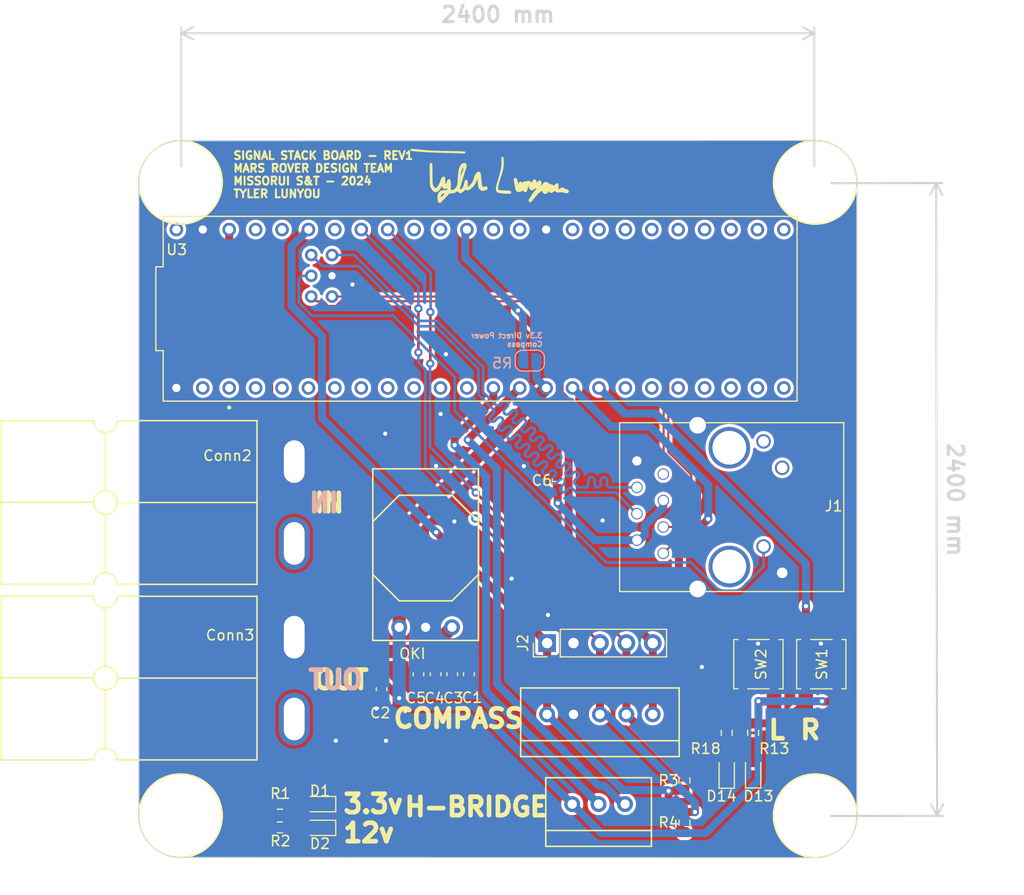
<source format=kicad_pcb>
(kicad_pcb (version 20221018) (generator pcbnew)
  (layers (0 "F.Cu" signal) (31 "B.Cu" signal) (34 "B.Paste" user) (35 "F.Paste" user) (36 "B.SilkS" user "B.Silkscreen") (37 "F.SilkS" user "F.Silkscreen") (38 "B.Mask" user) (39 "F.Mask" user) (44 "Edge.Cuts" user))
  (net 0 "")
  (net 1 "+12V")
  (net 2 "GND")
  (net 3 "+3.3V")
  (net 4 "Net-(C6-Pad1)")
  (net 5 "COMP PWR")
  (net 6 "I2C SCL")
  (net 7 "I2C SDA")
  (net 8 "MAG ENABLE")
  (net 9 "Net-(D1-A)")
  (net 10 "Net-(D2-A)")
  (net 11 "Net-(D13-A)")
  (net 12 "Net-(D14-A)")
  (net 14 "/LED")
  (net 16 "/Tx+")
  (net 17 "/Tx-")
  (net 19 "/Rx+")
  (net 20 "/Rx-")
  (net 21 "JOG A")
  (net 22 "JOG B")
  (net 34 "HB_RVS")
  (net 35 "HB_FWD")
  (footprint "MRDT_Drill_Holes:4_40_Hole_Corner" (layer "F.Cu") (at 120.6407 91.7589 90)
    (fp_text reference "V2" hide)
    (fp_text value "Via" hide)
  )
  (footprint "Capacitor_SMD:C_0603_1608Metric_Pad1.08x0.95mm_HandSolder" (layer "F.Cu") (at 144.36975 135.08 -90)
    (fp_text reference "C1")
    (fp_text value "10uF")
  )
  (footprint "MRDT_Shields:Teensy_4_1_Ethernet" (layer "F.Cu") (at 145.449 99.909)
    (fp_text reference "U3")
    (fp_text value "Teensy4.1_DEV-16771")
  )
  (footprint "MRDT_Drill_Holes:4_40_Hole_Corner" (layer "F.Cu") (at 120.6407 144.68288 180)
    (fp_text reference "V4" hide)
    (fp_text value "Via" hide)
  )
  (footprint "LED_SMD:LED_0603_1608Metric_Pad1.05x0.95mm_HandSolder" (layer "F.Cu") (at 171.704 144.3635 90)
    (fp_text reference "D13")
    (fp_text value "Blue")
  )
  (footprint "Resistor_SMD:R_0603_1608Metric_Pad0.98x0.95mm_HandSolder" (layer "F.Cu") (at 165.1 145.288 90)
    (fp_text reference "R3")
    (fp_text value "4.7k")
  )
  (footprint "MRDT_Silkscreens:z_sig_Tyler_Lunyou_Sig_30mmx7" (layer "F.Cu") (at 151.172 87.13)
    (fp_text reference "G***")
    (fp_text value "LOGO" hide)
  )
  (footprint "MRDT_Connectors:MOLEX_SL_03_Vertical" (layer "F.Cu") (at 159.385 147.574 180)
    (fp_text reference "Conn1" hide)
    (fp_text value "Molex_SL_03")
  )
  (footprint "MRDT_Connectors:Square_Anderson_2_H_Side_By_Side" (layer "F.Cu") (at 127.9468 114.066)
    (fp_text reference "Conn2")
    (fp_text value "AndersonPP")
  )
  (footprint "Button_Switch_SMD:SW_SPST_TL3305A" (layer "F.Cu") (at 172.212 134.112 -90)
    (fp_text reference "SW2")
    (fp_text value "SW_Push")
  )
  (footprint "Button_Switch_SMD:SW_SPST_TL3305A" (layer "F.Cu") (at 178.262 134.112 -90)
    (fp_text reference "SW1")
    (fp_text value "SW_Push")
  )
  (footprint "Resistor_SMD:R_0603_1608Metric_Pad0.98x0.95mm_HandSolder" (layer "F.Cu") (at 126.2005 149.82 180)
    (fp_text reference "R2")
    (fp_text value "1k")
  )
  (footprint "Resistor_SMD:R_0603_1608Metric_Pad0.98x0.95mm_HandSolder" (layer "F.Cu") (at 169.164 140.716 -90)
    (fp_text reference "R18")
    (fp_text value "100")
  )
  (footprint "MRDT_Connectors:Square_Anderson_2_H_Side_By_Side" (layer "F.Cu") (at 127.9468 130.964)
    (fp_text reference "Conn3")
    (fp_text value "AndersonPP")
  )
  (footprint "MRDT_Devices:OKI_Horizontal" (layer "F.Cu") (at 142.748 130.556 180)
    (fp_text reference "U1" hide)
    (fp_text value "OKI")
  )
  (footprint "LED_SMD:LED_0603_1608Metric_Pad1.05x0.95mm_HandSolder" (layer "F.Cu") (at 169.164 144.3875 90)
    (fp_text reference "D14")
    (fp_text value "Blue")
  )
  (footprint "Capacitor_SMD:C_0603_1608Metric_Pad1.08x0.95mm_HandSolder" (layer "F.Cu") (at 141.172 135.08 -90)
    (fp_text reference "C4")
    (fp_text value "10uF")
  )
  (footprint "Capacitor_SMD:C_0603_1608Metric_Pad1.08x0.95mm_HandSolder" (layer "F.Cu") (at 152.908 116.434 90)
    (fp_text reference "C6")
    (fp_text value "0.1uF")
  )
  (footprint "Resistor_SMD:R_0603_1608Metric_Pad0.98x0.95mm_HandSolder" (layer "F.Cu") (at 171.704 140.716 -90)
    (fp_text reference "R13")
    (fp_text value "100")
  )
  (footprint "Resistor_SMD:R_0603_1608Metric_Pad0.98x0.95mm_HandSolder" (layer "F.Cu") (at 165.1 149.352 90)
    (fp_text reference "R4")
    (fp_text value "4.7k")
  )
  (footprint "Connector_PinHeader_2.54mm:PinHeader_1x05_P2.54mm_Vertical" (layer "F.Cu") (at 151.892 132.08 90)
    (fp_text reference "J2")
    (fp_text value "Conn_01x05_Pin")
  )
  (footprint "MRDT_Connectors:MOLEX_SL_05_Vertical" (layer "F.Cu") (at 162.052 138.938 180)
    (fp_text reference "Conn6" hide)
    (fp_text value "Molex_SL_05")
  )
  (footprint "MRDT_Drill_Holes:4_40_Hole_Corner" (layer "F.Cu") (at 173.66688 91.7589)
    (fp_text reference "V1" hide)
    (fp_text value "Via" hide)
  )
  (footprint "Capacitor_SMD:C_0603_1608Metric_Pad1.08x0.95mm_HandSolder" (layer "F.Cu") (at 142.76975 135.08 -90)
    (fp_text reference "C3")
    (fp_text value "0.1uF")
  )
  (footprint "MRDT_Connectors:RJ45_Teensy" (layer "F.Cu") (at 182.418 118.874 90)
    (fp_text reference "J1")
    (fp_text value "8P8C_LED_Shielded")
  )
  (footprint "Diode_SMD:D_0603_1608Metric_Pad1.05x0.95mm_HandSolder" (layer "F.Cu") (at 129.907 149.86 180)
    (fp_text reference "D2")
    (fp_text value "GREEN")
  )
  (footprint "Resistor_SMD:R_0603_1608Metric_Pad0.98x0.95mm_HandSolder" (layer "F.Cu") (at 126.2005 147.5375)
    (fp_text reference "R1")
    (fp_text value "100")
  )
  (footprint "Diode_SMD:D_0603_1608Metric_Pad1.05x0.95mm_HandSolder" (layer "F.Cu") (at 129.907 147.5775 180)
    (fp_text reference "D1")
    (fp_text value "GREEN")
  )
  (footprint "Capacitor_SMD:C_0603_1608Metric_Pad1.08x0.95mm_HandSolder" (layer "F.Cu") (at 139.51975 135.08 -90)
    (fp_text reference "C5")
    (fp_text value "22uF")
  )
  (footprint "MRDT_Drill_Holes:4_40_Hole_Corner" (layer "F.Cu") (at 173.66688 144.68288 -90)
    (fp_text reference "V3" hide)
    (fp_text value "Via" hide)
  )
  (footprint "Capacitor_SMD:C_0603_1608Metric_Pad1.08x0.95mm_HandSolder" (layer "F.Cu") (at 135.972 136.5175 -90)
    (fp_text reference "C2")
    (fp_text value "10uF")
  )
  (footprint "Jumper:SolderJumper-2_P1.3mm_Open_RoundedPad1.0x1.5mm" (layer "B.Cu") (at 150.226 104.902 180)
    (fp_text reference "R5")
    (fp_text value "0")
  )
  (gr_arc (start 112.6256 87.75078) (mid 113.801039 84.913019) (end 116.6388 83.73758) (stroke (width 0.1)) (layer "Edge.Cuts"))
  (gr_arc (start 177.675 83.71218) (mid 180.512761 84.887619) (end 181.6882 87.72538) (stroke (width 0.1)) (layer "Edge.Cuts"))
  (gr_line (start 181.6882 87.72538) (end 181.6882 148.7164) (stroke (width 0.1)) (layer "Edge.Cuts"))
  (gr_line (start 116.6388 83.73758) (end 177.675 83.71218) (stroke (width 0.1)) (layer "Edge.Cuts"))
  (gr_arc (start 181.6882 148.7164) (mid 180.512761 151.554161) (end 177.675 152.7296) (stroke (width 0.1)) (layer "Edge.Cuts"))
  (gr_line (start 112.6256 148.691) (end 112.6256 87.75078) (stroke (width 0.1)) (layer "Edge.Cuts"))
  (gr_line (start 177.675 152.7296) (end 116.6388 152.7042) (stroke (width 0.1)) (layer "Edge.Cuts"))
  (gr_arc (start 116.6388 152.7042) (mid 113.801039 151.528761) (end 112.6256 148.691) (stroke (width 0.1)) (layer "Edge.Cuts"))
  (gr_text "IN" (at 132.08 119.634) (layer "B.SilkS") (effects (font (size 1.778 1.778) (thickness 0.4445) bold) (justify left bottom mirror)))
  (gr_text "3.3v Direct Power \nCompass" (at 151.522 103.61) (layer "B.SilkS") (effects (font (size 0.508 0.508) (thickness 0.127) bold) (justify left bottom mirror)))
  (gr_text "OUT" (at 134.366 136.652) (layer "B.SilkS") (effects (font (size 1.778 1.778) (thickness 0.4445) bold) (justify left bottom mirror)))
  (gr_text "H-BRIDGE" (at 137.972 148.88) (layer "F.SilkS") (effects (font (size 1.778 1.778) (thickness 0.4445) bold) (justify left bottom)))
  (gr_text "COMPASS" (at 136.906 140.38) (layer "F.SilkS") (effects (font (size 1.778 1.778) (thickness 0.4445) bold) (justify left bottom)))
  (gr_text "12v" (at 132.08 151.384) (layer "F.SilkS") (effects (font (size 1.778 1.778) (thickness 0.4445) bold) (justify left bottom)))
  (gr_text "3.3v" (at 132.08 148.59) (layer "F.SilkS") (effects (font (size 1.778 1.778) (thickness 0.4445) bold) (justify left bottom)))
  (gr_text "R" (at 176.022 141.478) (layer "F.SilkS") (effects (font (size 1.778 1.778) (thickness 0.4445) bold) (justify left bottom)))
  (gr_text "SIGNAL STACK BOARD - REV1\nMARS ROVER DESIGN TEAM\nMISSORUI S&T - 2024\nTYLER LUNYOU" (at 121.622 89.29) (layer "F.SilkS") (effects (font (size 0.762 0.762) (thickness 0.1905) bold) (justify left bottom)))
  (gr_text "OUT" (at 129.286 136.652) (layer "F.SilkS") (effects (font (size 1.778 1.778) (thickness 0.4445) bold) (justify left bottom)))
  (gr_text "IN" (at 129.286 119.634) (layer "F.SilkS") (effects (font (size 1.778 1.778) (thickness 0.4445) bold) (justify left bottom)))
  (gr_text "L" (at 172.974 141.478) (layer "F.SilkS") (effects (font (size 1.778 1.778) (thickness 0.4445) bold) (justify left bottom)))
  (dimension (type aligned) (layer "Edge.Cuts") (pts (xy 177.675 148.7164) (xy 177.59258 87.8332)) (height 11.718669) (gr_text "2400 mils" (at 191.152446 118.256499 -89.92243648) (layer "Edge.Cuts") (effects (font (size 1.5 1.5) (thickness 0.3)))) (format (prefix "") (suffix "") (units 3) (units_format 1) (precision 4) (override_value "2400")) (style (thickness 0.2) (arrow_length 1.27) (text_position_mode 0) (extension_height 0.58642) (extension_offset 0.5) keep_text_aligned))
  (dimension (type aligned) (layer "Edge.Cuts") (pts (xy 116.715 87.8332) (xy 177.59258 87.8332)) (height -14.4272) (gr_text "2400 mils" (at 147.15379 71.606) (layer "Edge.Cuts") (effects (font (size 1.5 1.5) (thickness 0.3)))) (format (prefix "") (suffix "") (units 3) (units_format 1) (precision 4) (override_value "2400")) (style (thickness 0.2) (arrow_length 1.27) (text_position_mode 0) (extension_height 0.58642) (extension_offset 0.5) keep_text_aligned))
  (segment (start 139.472 132.88) (end 140.424 132.88) (width 1.27) (layer "F.Cu") (net 1))
  (segment (start 140.424 132.88) (end 142.748 130.556) (width 1.27) (layer "F.Cu") (net 1))
  (segment (start 141.172 134.2175) (end 141.172 133.08) (width 1.27) (layer "F.Cu") (net 1))
  (segment (start 122.428 147.828) (end 122.428 144.272) (width 1.27) (layer "F.Cu") (net 1))
  (segment (start 142.472 132.88) (end 140.972 132.88) (width 1.27) (layer "F.Cu") (net 1))
  (segment (start 127.5722 139.388) (end 129.464 139.388) (width 1.27) (layer "F.Cu") (net 1))
  (segment (start 135.972 132.88) (end 139.472 132.88) (width 1.27) (layer "F.Cu") (net 1))
  (segment (start 142.76975 134.2175) (end 142.76975 133.17775) (width 1.27) (layer "F.Cu") (net 1))
  (segment (start 143.972 132.88) (end 142.472 132.88) (width 1.27) (layer "F.Cu") (net 1))
  (segment (start 142.76975 133.17775) (end 142.472 132.88) (width 1.27) (layer "F.Cu") (net 1))
  (segment (start 141.172 133.08) (end 140.972 132.88) (width 1.27) (layer "F.Cu") (net 1))
  (segment (start 129.464 139.388) (end 133.916 134.936) (width 1.27) (layer "F.Cu") (net 1))
  (segment (start 127.312 139.388) (end 127.5722 139.388) (width 1.27) (layer "F.Cu") (net 1))
  (segment (start 125.288 149.82) (end 124.42 149.82) (width 1.27) (layer "F.Cu") (net 1))
  (segment (start 139.51975 134.2175) (end 139.51975 132.92775) (width 1.27) (layer "F.Cu") (net 1))
  (segment (start 133.916 134.936) (end 135.972 132.88) (width 1.27) (layer "F.Cu") (net 1))
  (segment (start 139.51975 132.92775) (end 139.472 132.88) (width 1.27) (layer "F.Cu") (net 1))
  (segment (start 144.36975 133.27775) (end 143.972 132.88) (width 1.27) (layer "F.Cu") (net 1))
  (segment (start 122.428 144.272) (end 127.312 139.388) (width 1.27) (layer "F.Cu") (net 1))
  (segment (start 140.972 132.88) (end 140.424 132.88) (width 1.27) (layer "F.Cu") (net 1))
  (segment (start 144.36975 134.2175) (end 144.36975 133.27775) (width 1.27) (layer "F.Cu") (net 1))
  (segment (start 124.42 149.82) (end 122.428 147.828) (width 1.27) (layer "F.Cu") (net 1))
  (via (at 131.572 141.478) (size 0.8) (drill 0.4) (layers "F.Cu" "B.Cu") (net 2))
  (via (at 151.972 129.38) (size 0.8) (drill 0.4) (layers "F.Cu" "B.Cu") (net 2))
  (via (at 172.172 132.13) (size 0.8) (drill 0.4) (layers "F.Cu" "B.Cu") (net 2))
  (via (at 142.972 120.38) (size 0.8) (drill 0.4) (layers "F.Cu" "B.Cu") (net 2))
  (via (at 149.652 115.05) (size 0.8) (drill 0.4) (layers "F.Cu" "B.Cu") (net 2))
  (via (at 142.162 104.29) (size 0.8) (drill 0.4) (layers "F.Cu" "B.Cu") (net 2))
  (via (at 166.772 134.38) (size 0.8) (drill 0.4) (layers "F.Cu" "B.Cu") (net 2))
  (via (at 136.322 111.93) (size 0.8) (drill 0.4) (layers "F.Cu" "B.Cu") (net 2))
  (via (at 141.212 115.04) (size 0.8) (drill 0.4) (layers "F.Cu" "B.Cu") (net 2))
  (via (at 135.472 138.38) (size 0.8) (drill 0.4) (layers "F.Cu" "B.Cu") (net 2))
  (via (at 141.652 110.04) (size 0.8) (drill 0.4) (layers "F.Cu" "B.Cu") (net 2))
  (via (at 136.398 141.478) (size 0.8) (drill 0.4) (layers "F.Cu" "B.Cu") (net 2))
  (via (at 133.172 97.58) (size 0.8) (drill 0.4) (layers "F.Cu" "B.Cu") (net 2))
  (via (at 148.472 125.88) (size 0.8) (drill 0.4) (layers "F.Cu" "B.Cu") (net 2))
  (via (at 157.232 120.28) (size 0.8) (drill 0.4) (layers "F.Cu" "B.Cu") (net 2))
  (via (at 178.222 132.13) (size 0.8) (drill 0.4) (layers "F.Cu" "B.Cu") (net 2))
  (segment (start 173.712 130.512) (end 173.712 137.712) (width 0.762) (layer "F.Cu") (net 3))
  (segment (start 125.288 147.358256) (end 125.288 147.5375) (width 1.27) (layer "F.Cu") (net 3))
  (segment (start 137.668 137.38) (end 137.668 138.176) (width 1.27) (layer "F.Cu") (net 3))
  (segment (start 178.354 137.712) (end 178.322 137.68) (width 0.762) (layer "F.Cu") (net 3))
  (segment (start 137.668 137.351) (end 135.972 135.655) (width 0.762) (layer "F.Cu") (net 3))
  (segment (start 179.762 137.712) (end 179.762 130.512) (width 0.762) (layer "F.Cu") (net 3))
  (segment (start 137.668 138.176) (end 131.064 144.78) (width 1.27) (layer "F.Cu") (net 3))
  (segment (start 131.064 144.788) (end 129.972 145.88) (width 1.27) (layer "F.Cu") (net 3))
  (segment (start 179.762 137.712) (end 178.354 137.712) (width 0.762) (layer "F.Cu") (net 3))
  (segment (start 173.712 137.712) (end 172.256 137.712) (width 0.762) (layer "F.Cu") (net 3))
  (segment (start 172.256 137.712) (end 172.212 137.668) (width 0.762) (layer "F.Cu") (net 3))
  (segment (start 137.668 121.66) (end 151.799 107.529) (width 1.27) (layer "F.Cu") (net 3))
  (segment (start 121.319 92.289) (end 121.319 103.031) (width 0.762) (layer "F.Cu") (net 3))
  (segment (start 129.972 145.88) (end 126.766256 145.88) (width 1.27) (layer "F.Cu") (net 3))
  (segment (start 125.164 108.146) (end 137.668 120.65) (width 0.762) (layer "F.Cu") (net 3))
  (segment (start 137.668 130.556) (end 137.668 121.66) (width 1.27) (layer "F.Cu") (net 3))
  (segment (start 125.164 106.876) (end 125.164 108.146) (width 0.762) (layer "F.Cu") (net 3))
  (segment (start 137.668 120.65) (end 137.668 121.66) (width 0.762) (layer "F.Cu") (net 3))
  (segment (start 121.319 103.031) (end 125.164 106.876) (width 0.762) (layer "F.Cu") (net 3))
  (segment (start 131.064 144.78) (end 131.064 144.788) (width 1.27) (layer "F.Cu") (net 3))
  (segment (start 137.668 137.38) (end 137.668 137.351) (width 0.762) (layer "F.Cu") (net 3))
  (segment (start 126.766256 145.88) (end 125.288 147.358256) (width 1.27) (layer "F.Cu") (net 3))
  (via (at 172.212 137.668) (size 0.8) (drill 0.4) (layers "F.Cu" "B.Cu") (net 3))
  (via (at 137.668 137.38) (size 0.8) (drill 0.4) (layers "F.Cu" "B.Cu") (net 3))
  (via (at 178.322 137.68) (size 0.8) (drill 0.4) (layers "F.Cu" "B.Cu") (net 3))
  (segment (start 137.668 137.38) (end 137.668 130.556) (width 1.27) (layer "B.Cu") (net 3))
  (segment (start 150.876 104.902) (end 150.876 106.606) (width 0.762) (layer "B.Cu") (net 3))
  (segment (start 146.331 139.6) (end 146.332 139.6) (width 0.762) (layer "B.Cu") (net 3))
  (segment (start 150.876 106.606) (end 151.799 107.529) (width 0.762) (layer "B.Cu") (net 3))
  (segment (start 137.668 137.38) (end 138.448 138.16) (width 0.762) (layer "B.Cu") (net 3))
  (segment (start 146.332 139.6) (end 146.332 139.601) (width 0.762) (layer "B.Cu") (net 3))
  (segment (start 138.448 138.16) (end 144.891 138.16) (width 0.762) (layer "B.Cu") (net 3))
  (segment (start 172.212 145.288) (end 167.132 150.368) (width 0.762) (layer "B.Cu") (net 3))
  (segment (start 178.31 137.668) (end 178.322 137.68) (width 0.762) (layer "B.Cu") (net 3))
  (segment (start 167.132 150.368) (end 157.099 150.368) (width 0.762) (layer "B.Cu") (net 3))
  (segment (start 157.099 150.368) (end 154.305 147.574) (width 0.762) (layer "B.Cu") (net 3))
  (segment (start 144.891 138.16) (end 146.331 139.6) (width 0.762) (layer "B.Cu") (net 3))
  (segment (start 146.332 139.601) (end 154.305 147.574) (width 0.762) (layer "B.Cu") (net 3))
  (segment (start 172.212 137.668) (end 172.212 145.288) (width 0.762) (layer "B.Cu") (net 3))
  (segment (start 172.212 137.668) (end 178.31 137.668) (width 0.762) (layer "B.Cu") (net 3))
  (segment (start 152.908 118.618) (end 152.908 117.2965) (width 0.762) (layer "F.Cu") (net 4))
  (via (at 152.908 118.618) (size 0.8) (drill 0.4) (layers "F.Cu" "B.Cu") (net 4))
  (segment (start 163.068 119.006908) (end 161.29 120.784908) (width 0.762) (layer "B.Cu") (net 4))
  (segment (start 161.29 121.681817) (end 160.797817 122.174) (width 0.762) (layer "B.Cu") (net 4))
  (segment (start 160.797817 122.174) (end 160.528 122.174) (width 0.762) (layer "B.Cu") (net 4))
  (segment (start 156.464 122.174) (end 152.908 118.618) (width 0.762) (layer "B.Cu") (net 4))
  (segment (start 163.068 118.364) (end 163.068 119.006908) (width 0.762) (layer "B.Cu") (net 4))
  (segment (start 161.29 120.784908) (end 161.29 121.681817) (width 0.762) (layer "B.Cu") (net 4))
  (segment (start 160.528 122.174) (end 156.464 122.174) (width 0.762) (layer "B.Cu") (net 4))
  (segment (start 163.576 148.7405) (end 163.576 146.304) (width 0.762) (layer "F.Cu") (net 5))
  (segment (start 165.1 150.2645) (end 163.576 148.7405) (width 0.762) (layer "F.Cu") (net 5))
  (segment (start 151.892 132.08) (end 151.892 138.938) (width 0.762) (layer "F.Cu") (net 5))
  (segment (start 164.9965 146.304) (end 165.1 146.2005) (width 0.762) (layer "F.Cu") (net 5))
  (segment (start 151.892 132.08) (end 141.224 121.412) (width 0.762) (layer "F.Cu") (net 5))
  (segment (start 163.576 146.304) (end 164.9965 146.304) (width 0.762) (layer "F.Cu") (net 5))
  (via (at 141.224 121.412) (size 0.8) (drill 0.4) (layers "F.Cu" "B.Cu") (net 5))
  (via (at 163.576 146.304) (size 0.8) (drill 0.4) (layers "F.Cu" "B.Cu") (net 5))
  (segment (start 151.892 138.938) (end 159.185 146.231) (width 0.762) (layer "B.Cu") (net 5))
  (segment (start 130.244 102.543263) (end 127.308 99.607263) (width 0.762) (layer "B.Cu") (net 5))
  (segment (start 127.308 99.607263) (end 127.308 93.92) (width 0.762) (layer "B.Cu") (net 5))
  (segment (start 127.308 93.92) (end 128.939 92.289) (width 0.762) (layer "B.Cu") (net 5))
  (segment (start 163.503 146.231) (end 163.576 146.304) (width 0.762) (layer "B.Cu") (net 5))
  (segment (start 159.185 146.231) (end 163.503 146.231) (width 0.762) (layer "B.Cu") (net 5))
  (segment (start 141.224 121.412) (end 130.244 110.432) (width 0.762) (layer "B.Cu") (net 5))
  (segment (start 130.244 110.432) (end 130.244 102.543263) (width 0.762) (layer "B.Cu") (net 5))
  (segment (start 166.116 148.336) (end 165.2035 148.336) (width 0.762) (layer "F.Cu") (net 6))
  (segment (start 144.992 120.1) (end 156.972 132.08) (width 0.254) (layer "F.Cu") (net 6))
  (segment (start 139.513272 104.11) (end 139.513272 99.8885) (width 0.254) (layer "F.Cu") (net 6))
  (segment (start 156.972 138.938) (end 156.972 132.08) (width 0.762) (layer "F.Cu") (net 6))
  (segment (start 165.2035 148.336) (end 165.1 148.4395) (width 0.762) (layer "F.Cu") (net 6))
  (via (at 166.116 148.336) (size 0.8) (drill 0.4) (layers "F.Cu" "B.Cu") (net 6))
  (via (at 139.513272 99.8885) (size 0.8) (drill 0.4) (layers "F.Cu" "B.Cu") (net 6))
  (via (at 139.513272 104.11) (size 0.8) (drill 0.4) (layers "F.Cu" "B.Cu") (net 6))
  (via (at 144.992 120.1) (size 0.8) (drill 0.4) (layers "F.Cu" "B.Cu") (net 6))
  (segment (start 139.513272 97.783272) (end 139.513272 99.8885) (width 0.254) (layer "B.Cu") (net 6))
  (segment (start 139.513272 104.11) (end 139.513272 105.079406) (width 0.254) (layer "B.Cu") (net 6))
  (segment (start 134.019 92.289) (end 139.513272 97.783272) (width 0.254) (layer "B.Cu") (net 6))
  (segment (start 140.178 105.744134) (end 140.178 115.296) (width 0.254) (layer "B.Cu") (net 6))
  (segment (start 140.178 115.296) (end 144.982 120.1) (width 0.254) (layer "B.Cu") (net 6))
  (segment (start 144.982 120.1) (end 144.992 120.1) (width 0.254) (layer "B.Cu") (net 6))
  (segment (start 139.513272 105.079406) (end 140.178 105.744134) (width 0.254) (layer "B.Cu") (net 6))
  (segment (start 156.972 138.938) (end 157.597344 138.938) (width 0.762) (layer "B.Cu") (net 6))
  (segment (start 157.597344 138.938) (end 166.116 147.456656) (width 0.762) (layer "B.Cu") (net 6))
  (segment (start 166.116 147.456656) (end 166.116 148.336) (width 0.762) (layer "B.Cu") (net 6))
  (segment (start 164.9495 144.3755) (end 159.512 138.938) (width 0.762) (layer "F.Cu") (net 7))
  (segment (start 165.1 144.3755) (end 164.9495 144.3755) (width 0.762) (layer "F.Cu") (net 7))
  (segment (start 140.662 105.17) (end 140.647 105.185) (width 0.254) (layer "F.Cu") (net 7))
  (segment (start 140.662 100.23) (end 140.662 105.17) (width 0.254) (layer "F.Cu") (net 7))
  (segment (start 159.512 132.08) (end 145.034 117.602) (width 0.254) (layer "F.Cu") (net 7))
  (segment (start 159.512 132.08) (end 159.512 138.938) (width 0.762) (layer "F.Cu") (net 7))
  (via (at 140.647 105.185) (size 0.8) (drill 0.4) (layers "F.Cu" "B.Cu") (net 7))
  (via (at 140.662 100.23) (size 0.8) (drill 0.4) (layers "F.Cu" "B.Cu") (net 7))
  (via (at 145.034 117.602) (size 0.8) (drill 0.4) (layers "F.Cu" "B.Cu") (net 7))
  (segment (start 140.692 96.422) (end 136.559 92.289) (width 0.254) (layer "B.Cu") (net 7))
  (segment (start 140.647 105.185) (end 140.632 105.2) (width 0.254) (layer "B.Cu") (net 7))
  (segment (start 140.632 113.2) (end 145.034 117.602) (width 0.254) (layer "B.Cu") (net 7))
  (segment (start 140.692 100.2) (end 140.692 96.422) (width 0.254) (layer "B.Cu") (net 7))
  (segment (start 140.662 100.23) (end 140.692 100.2) (width 0.254) (layer "B.Cu") (net 7))
  (segment (start 140.632 105.2) (end 140.632 113.2) (width 0.254) (layer "B.Cu") (net 7))
  (segment (start 162.052 132.08) (end 153.964 123.992) (width 0.762) (layer "F.Cu") (net 8))
  (segment (start 153.964 108.900554) (end 153.104 108.040554) (width 0.762) (layer "F.Cu") (net 8))
  (segment (start 162.052 138.938) (end 162.052 132.08) (width 0.762) (layer "F.Cu") (net 8))
  (segment (start 153.104 104.082) (end 149.098 100.076) (width 0.762) (layer "F.Cu") (net 8))
  (segment (start 153.104 108.040554) (end 153.104 104.082) (width 0.762) (layer "F.Cu") (net 8))
  (segment (start 153.964 123.992) (end 153.964 108.900554) (width 0.762) (layer "F.Cu") (net 8))
  (via (at 149.098 100.076) (size 0.8) (drill 0.4) (layers "F.Cu" "B.Cu") (net 8))
  (segment (start 149.098 100.076) (end 144.018 94.996) (width 0.762) (layer "B.Cu") (net 8))
  (segment (start 149.576 104.902) (end 149.576 100.554) (width 0.762) (layer "B.Cu") (net 8))
  (segment (start 144.018 92.45) (end 144.179 92.289) (width 0.762) (layer "B.Cu") (net 8))
  (segment (start 149.576 100.554) (end 149.098 100.076) (width 0.762) (layer "B.Cu") (net 8))
  (segment (start 144.018 94.996) (end 144.018 92.45) (width 0.762) (layer "B.Cu") (net 8))
  (segment (start 127.153 147.5775) (end 127.150325 147.574825) (width 1.27) (layer "F.Cu") (net 9))
  (segment (start 129.032 147.5775) (end 127.153 147.5775) (width 1.27) (layer "F.Cu") (net 9))
  (segment (start 129.032 149.86) (end 127.153 149.86) (width 1.27) (layer "F.Cu") (net 10))
  (segment (start 127.153 149.86) (end 127.113 149.82) (width 1.27) (layer "F.Cu") (net 10))
  (segment (start 171.704 141.6285) (end 171.704 143.4885) (width 0.762) (layer "F.Cu") (net 11))
  (segment (start 169.164 141.6285) (end 169.164 143.5125) (width 0.762) (layer "F.Cu") (net 12))
  (segment (start 143.002 109.740134) (end 143.002 106.49) (width 0.254) (layer "B.Cu") (net 14))
  (segment (start 170.381875 127.041) (end 168.454125 127.041) (width 0.254) (layer "B.Cu") (net 14))
  (segment (start 137.096 100.584) (end 129.286 100.584) (width 0.254) (layer "B.Cu") (net 14))
  (segment (start 143.002 106.49) (end 137.096 100.584) (width 0.254) (layer "B.Cu") (net 14))
  (segment (start 168.454125 127.041) (end 165.734125 124.321) (width 0.254) (layer "B.Cu") (net 14))
  (segment (start 128.016 99.314) (end 128.016 97.028) (width 0.254) (layer "B.Cu") (net 14))
  (segment (start 128.305 96.739) (end 129.209 96.739) (width 0.254) (layer "B.Cu") (net 14))
  (segment (start 128.016 97.028) (end 128.305 96.739) (width 0.254) (layer "B.Cu") (net 14))
  (segment (start 172.708 124.714875) (end 170.381875 127.041) (width 0.254) (layer "B.Cu") (net 14))
  (segment (start 157.582866 124.321) (end 143.002 109.740134) (width 0.254) (layer "B.Cu") (net 14))
  (segment (start 129.286 100.584) (end 128.016 99.314) (width 0.254) (layer "B.Cu") (net 14))
  (segment (start 172.708 122.784) (end 172.708 124.714875) (width 0.254) (layer "B.Cu") (net 14))
  (segment (start 165.734125 124.321) (end 157.582866 124.321) (width 0.254) (layer "B.Cu") (net 14))
  (segment (start 163.545 105.5728) (end 163.547 105.5708) (width 0.2) (layer "F.Cu") (net 16))
  (segment (start 163.068 123.444) (end 165.754 120.758) (width 0.2) (layer "F.Cu") (net 16))
  (segment (start 163.547 113.6988) (end 163.547 107.92616) (width 0.2) (layer "F.Cu") (net 16))
  (segment (start 163.545 107.92416) (end 163.545 105.5728) (width 0.2) (layer "F.Cu") (net 16))
  (segment (start 166.116816 117.648) (end 166.054 117.648) (width 0.2) (layer "F.Cu") (net 16))
  (segment (start 165.754 117.348) (end 165.754 115.9058) (width 0.2) (layer "F.Cu") (net 16))
  (segment (start 165.754 120.758) (end 165.754 118.548) (width 0.2) (layer "F.Cu") (net 16))
  (segment (start 165.754 115.9058) (end 163.547 113.6988) (width 0.2) (layer "F.Cu") (net 16))
  (segment (start 156.7152 98.739) (end 131.209 98.739) (width 0.2) (layer "F.Cu") (net 16))
  (segment (start 166.054 118.248) (end 166.116816 118.248) (width 0.2) (layer "F.Cu") (net 16))
  (segment (start 163.547 107.92616) (end 163.545 107.92416) (width 0.2) (layer "F.Cu") (net 16))
  (segment (start 163.547 105.5708) (end 156.7152 98.739) (width 0.2) (layer "F.Cu") (net 16))
  (arc (start 165.754 118.548) (mid 165.841868 118.335868) (end 166.054 118.248) (width 0.2) (layer "F.Cu") (net 16))
  (arc (start 166.054 117.648) (mid 165.841868 117.560132) (end 165.754 117.348) (width 0.2) (layer "F.Cu") (net 16))
  (arc (start 166.116816 118.248) (mid 166.328948 118.160132) (end 166.416816 117.948) (width 0.2) (layer "F.Cu") (net 16))
  (arc (start 166.416816 117.948) (mid 166.328948 117.735868) (end 166.116816 117.648) (width 0.2) (layer "F.Cu") (net 16))
  (segment (start 164.858884 117.868884) (end 164.858884 117.764) (width 0.2) (layer "F.Cu") (net 17))
  (segment (start 164.971603 120.904) (end 165.354 120.521603) (width 0.2) (layer "F.Cu") (net 17))
  (segment (start 165.354 117.268884) (end 165.354 117.164) (width 0.2) (layer "F.Cu") (net 17))
  (segment (start 163.097 113.8852) (end 163.097 105.7572) (width 0.2) (layer "F.Cu") (net 17))
  (segment (start 165.354 116.1422) (end 163.097 113.8852) (width 0.2) (layer "F.Cu") (net 17))
  (segment (start 130.38055 99.189) (end 129.659 99.189) (width 0.2) (layer "F.Cu") (net 17))
  (segment (start 165.354 120.521603) (end 165.354 118.364) (width 0.2) (layer "F.Cu") (net 17))
  (segment (start 132.03745 99.189) (end 131.58345 99.643) (width 0.2) (layer "F.Cu") (net 17))
  (segment (start 163.097 105.7572) (end 156.5288 99.189) (width 0.2) (layer "F.Cu") (net 17))
  (segment (start 131.58345 99.643) (end 130.83455 99.643) (width 0.2) (layer "F.Cu") (net 17))
  (segment (start 130.83455 99.643) (end 130.38055 99.189) (width 0.2) (layer "F.Cu") (net 17))
  (segment (start 129.659 99.189) (end 129.209 98.739) (width 0.2) (layer "F.Cu") (net 17))
  (segment (start 163.068 120.904) (end 164.971603 120.904) (width 0.2) (layer "F.Cu") (net 17))
  (segment (start 156.5288 99.189) (end 132.03745 99.189) (width 0.2) (layer "F.Cu") (net 17))
  (segment (start 165.354 117.164) (end 165.354 116.1422) (width 0.2) (layer "F.Cu") (net 17))
  (arc (start 165.106442 117.516442) (mid 165.281492 117.443934) (end 165.354 117.268884) (width 0.2) (layer "F.Cu") (net 17))
  (arc (start 165.354 118.364) (mid 165.281492 118.18895) (end 165.106442 118.116442) (width 0.2) (layer "F.Cu") (net 17))
  (arc (start 165.106442 118.116442) (mid 164.931392 118.043934) (end 164.858884 117.868884) (width 0.2) (layer "F.Cu") (net 17))
  (arc (start 164.858884 117.764) (mid 164.931392 117.58895) (end 165.106442 117.516442) (width 0.2) (layer "F.Cu") (net 17))
  (segment (start 147.299701 111.547882) (end 147.299701 111.547883) (width 0.254) (layer "B.Cu") (net 19))
  (segment (start 151.803167 114.681167) (end 151.803168 114.681168) (width 0.254) (layer "B.Cu") (net 19))
  (segment (start 150.954639 114.256905) (end 150.95464 114.256904) (width 0.254) (layer "B.Cu") (net 19))
  (segment (start 151.966644 115.790483) (end 152.227431 115.529695) (width 0.254) (layer "B.Cu") (net 19))
  (segment (start 145.284 105.694052) (end 145.284 108.162) (width 0.254) (layer "B.Cu") (net 19))
  (segment (start 149.257583 112.559849) (end 149.257584 112.559848) (width 0.254) (layer "B.Cu") (net 19))
  (segment (start 150.954639 113.832639) (end 150.95464 113.83264) (width 0.254) (layer "B.Cu") (net 19))
  (segment (start 148.572522 112.396382) (end 148.833319 112.135584) (width 0.254) (layer "B.Cu") (net 19))
  (segment (start 151.118089 114.941982) (end 151.378903 114.681167) (width 0.254) (layer "B.Cu") (net 19))
  (segment (start 146.712 110.014264) (end 146.451245 110.275018) (width 0.254) (layer "B.Cu") (net 19))
  (segment (start 154.348751 117.226751) (end 154.348752 117.226752) (width 0.254) (layer "B.Cu") (net 19))
  (segment (start 147.723965 111.547883) (end 147.984791 111.287056) (width 0.254) (layer "B.Cu") (net 19))
  (segment (start 150.106111 113.408377) (end 150.106112 113.408376) (width 0.254) (layer "B.Cu") (net 19))
  (segment (start 153.500223 116.802489) (end 153.500224 116.802488) (width 0.254) (layer "B.Cu") (net 19))
  (segment (start 149.257584 112.559848) (end 148.996796 112.820635) (width 0.254) (layer "B.Cu") (net 19))
  (segment (start 149.421061 113.244898) (end 149.42106 113.244899) (width 0.254) (layer "B.Cu") (net 19))
  (segment (start 148.409055 111.711321) (end 148.409056 111.71132) (width 0.254) (layer "B.Cu") (net 19))
  (segment (start 151.803167 115.105433) (end 151.803168 115.105432) (width 0.254) (layer "B.Cu") (net 19))
  (segment (start 152.651696 115.95396) (end 152.390892 116.214763) (width 0.254) (layer "B.Cu") (net 19))
  (segment (start 153.663659 117.48758) (end 153.663658 117.487581) (width 0.254) (layer "B.Cu") (net 19))
  (segment (start 158.484 117.59) (end 160.528 119.634) (width 0.254) (layer "B.Cu") (net 19))
  (segment (start 147.723966 111.547882) (end 147.723965 111.547883) (width 0.254) (layer "B.Cu") (net 19))
  (segment (start 153.663658 117.487581) (end 153.924487 117.226751) (width 0.254) (layer "B.Cu") (net 19))
  (segment (start 153.500223 116.378223) (end 153.500224 116.378224) (width 0.254) (layer "B.Cu") (net 19))
  (segment (start 147.560527 110.862793) (end 147.560528 110.862792) (width 0.254) (layer "B.Cu") (net 19))
  (segment (start 150.95464 114.256904) (end 150.693825 114.517718) (width 0.254) (layer "B.Cu") (net 19))
  (segment (start 151.11809 114.941981) (end 151.118089 114.941982) (width 0.254) (layer "B.Cu") (net 19))
  (segment (start 148.409055 111.287056) (end 148.409056 111.287056) (width 0.254) (layer "B.Cu") (net 19))
  (segment (start 152.815156 116.639027) (end 153.075959 116.378223) (width 0.254) (layer "B.Cu") (net 19))
  (segment (start 139.550612 101.596026) (end 141.185974 101.596026) (width 0.254) (layer "B.Cu") (net 19))
  (segment (start 130.278 95.808) (end 133.762586 95.808) (width 0.254) (layer "B.Cu") (net 19))
  (segment (start 129.209 94.739) (end 130.278 95.808) (width 0.254) (layer "B.Cu") (net 19))
  (segment (start 150.269535 114.09348) (end 150.269534 114.093481) (width 0.254) (layer "B.Cu") (net 19))
  (segment (start 152.651695 115.529695) (end 152.651696 115.529696) (width 0.254) (layer "B.Cu") (net 19))
  (segment (start 150.269534 114.093481) (end 150.530375 113.832639) (width 0.254) (layer "B.Cu") (net 19))
  (segment (start 151.803168 115.105432) (end 151.54238 115.366219) (width 0.254) (layer "B.Cu") (net 19))
  (segment (start 152.651695 115.953961) (end 152.651696 115.95396) (width 0.254) (layer "B.Cu") (net 19))
  (segment (start 150.106111 112.984111) (end 150.106112 112.984112) (width 0.254) (layer "B.Cu") (net 19))
  (segment (start 147.560527 110.438527) (end 147.560528 110.438528) (width 0.254) (layer "B.Cu") (net 19))
  (segment (start 153.500224 116.802488) (end 153.239394 117.063317) (width 0.254) (layer "B.Cu") (net 19))
  (segment (start 152.815157 116.639026) (end 152.815156 116.639027) (width 0.254) (layer "B.Cu") (net 19))
  (segment (start 145.284 108.162) (end 146.712 109.59) (width 0.254) (layer "B.Cu") (net 19))
  (segment (start 149.42106 113.244899) (end 149.681847 112.984111) (width 0.254) (layer "B.Cu") (net 19))
  (segment (start 154.712 117.59) (end 158.484 117.59) (width 0.254) (layer "B.Cu") (net 19))
  (segment (start 148.409056 111.71132) (end 148.148258 111.972117) (width 0.254) (layer "B.Cu") (net 19))
  (segment (start 133.762586 95.808) (end 139.550612 101.596026) (width 0.254) (layer "B.Cu") (net 19))
  (segment (start 154.348752 117.226752) (end 154.712 117.59) (width 0.254) (layer "B.Cu") (net 19))
  (segment (start 146.87551 110.699281) (end 146.875509 110.699282) (width 0.254) (layer "B.Cu") (net 19))
  (segment (start 141.185974 101.596026) (end 145.284 105.694052) (width 0.254) (layer "B.Cu") (net 19))
  (segment (start 148.572523 112.396381) (end 148.572522 112.396382) (width 0.254) (layer "B.Cu") (net 19))
  (segment (start 150.106112 113.408376) (end 149.84527 113.669217) (width 0.254) (layer "B.Cu") (net 19))
  (segment (start 146.875509 110.699282) (end 147.136263 110.438527) (width 0.254) (layer "B.Cu") (net 19))
  (segment (start 148.148258 112.396381) (end 148.148258 112.396382) (width 0.254) (layer "B.Cu") (net 19))
  (segment (start 147.560528 110.862792) (end 147.299701 111.123618) (width 0.254) (layer "B.Cu") (net 19))
  (segment (start 149.257583 112.135584) (end 149.257584 112.135584) (width 0.254) (layer "B.Cu") (net 19))
  (segment (start 151.966645 115.790482) (end 151.966644 115.790483) (width 0.254) (layer "B.Cu") (net 19))
  (segment (start 146.711999 110.014265) (end 146.712 110.014264) (width 0.254) (layer "B.Cu") (net 19))
  (arc (start 152.227431 115.529695) (mid 152.439563 115.441827) (end 152.651695 115.529695) (width 0.254) (layer "B.Cu") (net 19))
  (arc (start 151.54238 115.790483) (mid 151.754513 115.878351) (end 151.966645 115.790482) (width 0.254) (layer "B.Cu") (net 19))
  (arc (start 150.95464 113.83264) (mid 151.042508 114.044773) (end 150.954639 114.256905) (width 0.254) (layer "B.Cu") (net 19))
  (arc (start 148.148258 111.972117) (mid 148.06039 112.184249) (end 148.148258 112.396381) (width 0.254) (layer "B.Cu") (net 19))
  (arc (start 153.239394 117.063317) (mid 153.151526 117.275449) (end 153.239394 117.487581) (width 0.254) (layer "B.Cu") (net 19))
  (arc (start 153.075959 116.378223) (mid 153.288091 116.290355) (end 153.500223 116.378223) (width 0.254) (layer "B.Cu") (net 19))
  (arc (start 150.693825 114.517718) (mid 150.605957 114.72985) (end 150.693825 114.941982) (width 0.254) (layer "B.Cu") (net 19))
  (arc (start 148.409056 111.287056) (mid 148.496924 111.499189) (end 148.409055 111.711321) (width 0.254) (layer "B.Cu") (net 19))
  (arc (start 148.996796 113.244899) (mid 149.208929 113.332767) (end 149.421061 113.244898) (width 0.254) (layer "B.Cu") (net 19))
  (arc (start 150.530375 113.832639) (mid 150.742507 113.744771) (end 150.954639 113.832639) (width 0.254) (layer "B.Cu") (net 19))
  (arc (start 149.84527 113.669217) (mid 149.757402 113.881349) (end 149.84527 114.093481) (width 0.254) (layer "B.Cu") (net 19))
  (arc (start 149.84527 114.093481) (mid 150.057403 114.181349) (end 150.269535 114.09348) (width 0.254) (layer "B.Cu") (net 19))
  (arc (start 147.299701 111.123618) (mid 147.211833 111.33575) (end 147.299701 111.547882) (width 0.254) (layer "B.Cu") (net 19))
  (arc (start 150.106112 112.984112) (mid 150.19398 113.196245) (end 150.106111 113.408377) (width 0.254) (layer "B.Cu") (net 19))
  (arc (start 148.996796 112.820635) (mid 148.908928 113.032767) (end 148.996796 113.244899) (width 0.254) (layer "B.Cu") (net 19))
  (arc (start 147.984791 111.287056) (mid 148.196923 111.199188) (end 148.409055 111.287056) (width 0.254) (layer "B.Cu") (net 19))
  (arc (start 152.390892 116.214763) (mid 152.303024 116.426895) (end 152.390892 116.639027) (width 0.254) (layer "B.Cu") (net 19))
  (arc (start 146.451245 110.275018) (mid 146.363377 110.48715) (end 146.451245 110.699282) (width 0.254) (layer "B.Cu") (net 19))
  (arc (start 151.54238 115.366219) (mid 151.454512 115.578351) (end 151.54238 115.790483) (width 0.254) (layer "B.Cu") (net 19))
  (arc (start 146.451245 110.699282) (mid 146.663378 110.78715) (end 146.87551 110.699281) (width 0.254) (layer "B.Cu") (net 19))
  (arc (start 152.651696 115.529696) (mid 152.739564 115.741829) (end 152.651695 115.953961) (width 0.254) (layer "B.Cu") (net 19))
  (arc (start 147.136263 110.438527) (mid 147.348395 110.350659) (end 147.560527 110.438527) (width 0.254) (layer "B.Cu") (net 19))
  (arc (start 150.693825 114.941982) (mid 150.905958 115.02985) (end 151.11809 114.941981) (width 0.254) (layer "B.Cu") (net 19))
  (arc (start 149.257584 112.135584) (mid 149.345452 112.347717) (end 149.257583 112.559849) (width 0.254) (layer "B.Cu") (net 19))
  (arc (start 152.390892 116.639027) (mid 152.603025 116.726895) (end 152.815157 116.639026) (width 0.254) (layer "B.Cu") (net 19))
  (arc (start 149.681847 112.984111) (mid 149.893979 112.896243) (end 150.106111 112.984111) (width 0.254) (layer "B.Cu") (net 19))
  (arc (start 147.299701 111.547883) (mid 147.511834 111.635751) (end 147.723966 111.547882) (width 0.254) (layer "B.Cu") (net 19))
  (arc (start 153.924487 117.226751) (mid 154.136619 117.138883) (end 154.348751 117.226751) (width 0.254) (layer "B.Cu") (net 19))
  (arc (start 153.500224 116.378224) (mid 153.588092 116.590357) (end 153.500223 116.802489) (width 0.254) (layer "B.Cu") (net 19))
  (arc (start 146.712 109.59) (mid 146.799868 109.802133) (end 146.711999 110.014265) (width 0.254) (layer "B.Cu") (net 19))
  (arc (start 151.803168 114.681168) (mid 151.891036 114.893301) (end 151.803167 115.105433) (width 0.254) (layer "B.Cu") (net 19))
  (arc (start 147.560528 110.438528) (mid 147.648396 110.650661) (end 147.560527 110.862793) (width 0.254) (layer "B.Cu") (net 19))
  (arc (start 153.239394 117.487581) (mid 153.451527 117.575449) (end 153.663659 117.48758) (width 0.254) (layer "B.Cu") (net 19))
  (arc (start 148.833319 112.135584) (mid 149.045451 112.047716) (end 149.257583 112.135584) (width 0.254) (layer "B.Cu") (net 19))
  (arc (start 151.378903 114.681167) (mid 151.591035 114.593299) (end 151.803167 114.681167) (width 0.254) (layer "B.Cu") (net 19))
  (arc (start 148.148258 112.396382) (mid 148.360391 112.48425) (end 148.572523 112.396381) (width 0.254) (layer "B.Cu") (net 19))
  (segment (start 151.624232 113.397312) (end 151.892393 113.129152) (width 0.254) (layer "B.Cu") (net 20))
  (segment (start 150.619567 111.856394) (end 150.619568 111.856393) (width 0.254) (layer "B.Cu") (net 20))
  (segment (start 152.316656 113.553417) (end 152.316657 113.553416) (width 0.254) (layer "B.Cu") (net 20))
  (segment (start 153.745551 115.942895) (end 153.745552 115.942896) (width 0.254) (layer "B.Cu") (net 20))
  (segment (start 148.074049 109.310744) (end 147.805855 109.578935) (width 0.254) (layer "B.Cu") (net 20))
  (segment (start 150.619568 111.856393) (end 150.351439 112.124519) (width 0.254) (layer "B.Cu") (net 20))
  (segment (start 149.927177 111.700255) (end 149.927176 111.700256) (width 0.254) (layer "B.Cu") (net 20))
  (segment (start 148.654383 110.851727) (end 148.654384 110.851728) (width 0.254) (layer "B.Cu") (net 20))
  (segment (start 131.209 94.739) (end 133.335638 94.739) (width 0.254) (layer "B.Cu") (net 20))
  (segment (start 145.738 107.935344) (end 146.957328 109.154672) (width 0.254) (layer "B.Cu") (net 20))
  (segment (start 154.86224 116.099001) (end 154.862241 116.099) (width 0.254) (layer "B.Cu") (net 20))
  (segment (start 150.351439 112.548783) (end 150.35144 112.548784) (width 0.254) (layer "B.Cu") (net 20))
  (segment (start 152.472761 114.245839) (end 152.47276 114.24584) (width 0.254) (layer "B.Cu") (net 20))
  (segment (start 149.078649 110.851727) (end 149.078648 110.851728) (width 0.254) (layer "B.Cu") (net 20))
  (segment (start 148.23012 110.0032) (end 148.498281 109.73504) (width 0.254) (layer "B.Cu") (net 20))
  (segment (start 148.074048 109.310745) (end 148.074049 109.310744) (width 0.254) (layer "B.Cu") (net 20))
  (segment (start 152.048495 114.245839) (end 152.048496 114.24584) (width 0.254) (layer "B.Cu") (net 20))
  (segment (start 149.927176 111.700256) (end 150.195304 111.432129) (width 0.254) (layer "B.Cu") (net 20))
  (segment (start 139.676638 101.08) (end 141.312 101.08) (width 0.254) (layer "B.Cu") (net 20))
  (segment (start 148.230121 110.003199) (end 148.23012 110.0032) (width 0.254) (layer "B.Cu") (net 20))
  (segment (start 145.738 105.506) (end 145.738 107.935344) (width 0.254) (layer "B.Cu") (net 20))
  (segment (start 148.922545 110.159304) (end 148.654383 110.427463) (width 0.254) (layer "B.Cu") (net 20))
  (segment (start 154.169817 115.942895) (end 154.169816 115.942896) (width 0.254) (layer "B.Cu") (net 20))
  (segment (start 151.199967 113.397311) (end 151.199968 113.397312) (width 0.254) (layer "B.Cu") (net 20))
  (segment (start 154.013736 115.250449) (end 153.745551 115.518631) (width 0.254) (layer "B.Cu") (net 20))
  (segment (start 154.013735 115.25045) (end 154.013736 115.250449) (width 0.254) (layer "B.Cu") (net 20))
  (segment (start 152.47276 114.24584) (end 152.740912 113.977689) (width 0.254) (layer "B.Cu") (net 20))
  (segment (start 153.165176 114.401953) (end 152.897023 114.670103) (width 0.254) (layer "B.Cu") (net 20))
  (segment (start 149.771073 111.007832) (end 149.502911 111.275991) (width 0.254) (layer "B.Cu") (net 20))
  (segment (start 154.594079 116.791423) (end 154.59408 116.791424) (width 0.254) (layer "B.Cu") (net 20))
  (segment (start 157.046656 116.794) (end 157.046656 116.414764) (width 0.254) (layer "B.Cu") (net 20))
  (segment (start 147.381592 109.154672) (end 147.649785 108.88648) (width 0.254) (layer "B.Cu") (net 20))
  (segment (start 153.321289 115.094367) (end 153.321288 115.094368) (width 0.254) (layer "B.Cu") (net 20))
  (segment (start 154.59408 116.791424) (end 154.896656 117.094) (width 0.254) (layer "B.Cu") (net 20))
  (segment (start 152.316657 113.553416) (end 152.048495 113.821575) (width 0.254) (layer "B.Cu") (net 20))
  (segment (start 150.775705 112.548783) (end 150.775704 112.548784) (width 0.254) (layer "B.Cu") (net 20))
  (segment (start 151.46812 112.704897) (end 151.199967 112.973047) (width 0.254) (layer "B.Cu") (net 20))
  (segment (start 153.165175 114.401954) (end 153.165176 114.401953) (width 0.254) (layer "B.Cu") (net 20))
  (segment (start 133.335638 94.739) (end 139.676638 101.08) (width 0.254) (layer "B.Cu") (net 20))
  (segment (start 157.646656 116.414764) (end 157.646656 116.794) (width 0.254) (layer "B.Cu") (net 20))
  (segment (start 154.896656 117.094) (end 155.546656 117.094) (width 0.254) (layer "B.Cu") (net 20))
  (segment (start 153.321288 115.094368) (end 153.589472 114.826185) (width 0.254) (layer "B.Cu") (net 20))
  (segment (start 151.624233 113.397311) (end 151.624232 113.397312) (width 0.254) (layer "B.Cu") (net 20))
  (segment (start 149.771072 111.007833) (end 149.771073 111.007832) (width 0.254) (layer "B.Cu") (net 20))
  (segment (start 154.169816 115.942896) (end 154.437977 115.674736) (width 0.254) (layer "B.Cu") (net 20))
  (segment (start 149.078648 110.851728) (end 149.346809 110.583568) (width 0.254) (layer "B.Cu") (net 20))
  (segment (start 155.846656 116.794) (end 155.846656 116.414764) (width 0.254) (layer "B.Cu") (net 20))
  (segment (start 159.33344 117.094) (end 160.528 117.094) (width 0.254) (layer "B.Cu") (net 20))
  (segment (start 147.805855 110.003199) (end 147.805856 110.0032) (width 0.254) (layer "B.Cu") (net 20))
  (segment (start 152.897023 115.094367) (end 152.897024 115.094368) (width 0.254) (layer "B.Cu") (net 20))
  (segment (start 150.775704 112.548784) (end 151.043856 112.280633) (width 0.254) (layer "B.Cu") (net 20))
  (segment (start 141.312 101.08) (end 145.738 105.506) (width 0.254) (layer "B.Cu") (net 20))
  (segment (start 147.381593 109.154671) (end 147.381592 109.154672) (width 0.254) (layer "B.Cu") (net 20))
  (segment (start 154.862241 116.099) (end 154.594079 116.367159) (width 0.254) (layer "B.Cu") (net 20))
  (segment (start 148.922544 110.159305) (end 148.922545 110.159304) (width 0.254) (layer "B.Cu") (net 20))
  (segment (start 157.946656 117.094) (end 159.33344 117.094) (width 0.254) (layer "B.Cu") (net 20))
  (segment (start 151.468119 112.704898) (end 151.46812 112.704897) (width 0.254) (layer "B.Cu") (net 20))
  (segment (start 156.446656 116.414764) (end 156.446656 116.794) (width 0.254) (layer "B.Cu") (net 20))
  (segment (start 149.502911 111.700255) (end 149.502912 111.700256) (width 0.254) (layer "B.Cu") (net 20))
  (arc (start 157.646656 116.794) (mid 157.734524 117.006132) (end 157.946656 117.094) (width 0.254) (layer "B.Cu") (net 20))
  (arc (start 152.897024 115.094368) (mid 153.109158 115.182237) (end 153.321289 115.094367) (width 0.254) (layer "B.Cu") (net 20))
  (arc (start 153.165176 113.977689) (mid 153.253043 114.189821) (end 153.165175 114.401954) (width 0.254) (layer "B.Cu") (net 20))
  (arc (start 152.740912 113.977689) (mid 152.953044 113.889821) (end 153.165176 113.977689) (width 0.254) (layer "B.Cu") (net 20))
  (arc (start 151.199968 113.397312) (mid 151.412102 113.485181) (end 151.624233 113.397311) (width 0.254) (layer "B.Cu") (net 20))
  (arc (start 149.771073 110.583568) (mid 149.85894 110.7957) (end 149.771072 111.007833) (width 0.254) (layer "B.Cu") (net 20))
  (arc (start 150.195304 111.432129) (mid 150.407436 111.344261) (end 150.619568 111.432129) (width 0.254) (layer "B.Cu") (net 20))
  (arc (start 153.745552 115.942896) (mid 153.957686 116.030765) (end 154.169817 115.942895) (width 0.254) (layer "B.Cu") (net 20))
  (arc (start 147.805855 109.578935) (mid 147.717987 109.791067) (end 147.805855 110.003199) (width 0.254) (layer "B.Cu") (net 20))
  (arc (start 152.048496 114.24584) (mid 152.26063 114.333709) (end 152.472761 114.245839) (width 0.254) (layer "B.Cu") (net 20))
  (arc (start 156.146656 116.114764) (mid 156.358788 116.202632) (end 156.446656 116.414764) (width 0.254) (layer "B.Cu") (net 20))
  (arc (start 157.046656 116.414764) (mid 157.134524 116.202632) (end 157.346656 116.114764) (width 0.254) (layer "B.Cu") (net 20))
  (arc (start 155.846656 116.414764) (mid 155.934524 116.202632) (end 156.146656 116.114764) (width 0.254) (layer "B.Cu") (net 20))
  (arc (start 148.922545 109.73504) (mid 149.010412 109.947172) (end 148.922544 110.159305) (width 0.254) (layer "B.Cu") (net 20))
  (arc (start 148.654384 110.851728) (mid 148.866518 110.939597) (end 149.078649 110.851727) (width 0.254) (layer "B.Cu") (net 20))
  (arc (start 153.589472 114.826185) (mid 153.801604 114.738317) (end 154.013736 114.826185) (width 0.254) (layer "B.Cu") (net 20))
  (arc (start 149.502911 111.275991) (mid 149.415043 111.488123) (end 149.502911 111.700255) (width 0.254) (layer "B.Cu") (net 20))
  (arc (start 149.502912 111.700256) (mid 149.715046 111.788125) (end 149.927177 111.700255) (width 0.254) (layer "B.Cu") (net 20))
  (arc (start 154.862241 115.674736) (mid 154.950108 115.886868) (end 154.86224 116.099001) (width 0.254) (layer "B.Cu") (net 20))
  (arc (start 154.594079 116.367159) (mid 154.506211 116.579291) (end 154.594079 116.791423) (width 0.254) (layer "B.Cu") (net 20))
  (arc (start 147.805856 110.0032) (mid 148.01799 110.091069) (end 148.230121 110.003199) (width 0.254) (layer "B.Cu") (net 20))
  (arc (start 150.619568 111.432129) (mid 150.707435 111.644261) (end 150.619567 111.856394) (width 0.254) (layer "B.Cu") (net 20))
  (arc (start 150.351439 112.124519) (mid 150.263571 112.336651) (end 150.351439 112.548783) (width 0.254) (layer "B.Cu") (net 20))
  (arc (start 154.437977 115.674736) (mid 154.650109 115.586868) (end 154.862241 115.674736) (width 0.254) (layer "B.Cu") (net 20))
  (arc (start 153.745551 115.518631) (mid 153.657683 115.730763) (end 153.745551 115.942895) (width 0.254) (layer "B.Cu") (net 20))
  (arc (start 154.013736 114.826185) (mid 154.101603 115.038317) (end 154.013735 115.25045) (width 0.254) (layer "B.Cu") (net 20))
  (arc (start 148.654383 110.427463) (mid 148.566515 110.639595) (end 148.654383 110.851727) (width 0.254) (layer "B.Cu") (net 20))
  (arc (start 152.897023 114.670103) (mid 152.809155 114.882235) (end 152.897023 115.094367) (width 0.254) (layer "B.Cu") (net 20))
  (arc (start 150.35144 112.548784) (mid 150.563574 112.636653) (end 150.775705 112.548783) (width 0.254) (layer "B.Cu") (net 20))
  (arc (start 156.446656 116.794) (mid 156.534524 117.006132) (end 156.746656 117.094) (width 0.254) (layer "B.Cu") (net 20))
  (arc (start 152.048495 113.821575) (mid 151.960627 114.033707) (end 152.048495 114.245839) (width 0.254) (layer "B.Cu") (net 20))
  (arc (start 151.043856 112.280633) (mid 151.255988 112.192765) (end 151.46812 112.280633) (width 0.254) (layer "B.Cu") (net 20))
  (arc (start 151.46812 112.280633) (mid 151.555987 112.492765) (end 151.468119 112.704898) (width 0.254) (layer "B.Cu") (net 20))
  (arc (start 151.892393 113.129152) (mid 152.104525 113.041284) (end 152.316657 113.129152) (width 0.254) (layer "B.Cu") (net 20))
  (arc (start 148.498281 109.73504) (mid 148.710413 109.647172) (end 148.922545 109.73504) (width 0.254) (layer "B.Cu") (net 20))
  (arc (start 156.746656 117.094) (mid 156.958788 117.006132) (end 157.046656 116.794) (width 0.254) (layer "B.Cu") (net 20))
  (arc (start 157.346656 116.114764) (mid 157.558788 116.202632) (end 157.646656 116.414764) (width 0.254) (layer "B.Cu") (net 20))
  (arc (start 152.316657 113.129152) (mid 152.404524 113.341284) (end 152.316656 113.553417) (width 0.254) (layer "B.Cu") (net 20))
  (arc (start 155.546656 117.094) (mid 155.758788 117.006132) (end 155.846656 116.794) (width 0.254) (layer "B.Cu") (net 20))
  (arc (start 149.346809 110.583568) (mid 149.558941 110.4957) (end 149.771073 110.583568) (width 0.254) (layer "B.Cu") (net 20))
  (arc (start 146.957328 109.154672) (mid 147.169462 109.242541) (end 147.381593 109.154671) (width 0.254) (layer "B.Cu") (net 20))
  (arc (start 148.074049 108.88648) (mid 148.161916 109.098612) (end 148.074048 109.310745) (width 0.254) (layer "B.Cu") (net 20))
  (arc (start 147.649785 108.88648) (mid 147.861917 108.798612) (end 148.074049 108.88648) (width 0.254) (layer "B.Cu") (net 20))
  (arc (start 151.199967 112.973047) (mid 151.112099 113.185179) (end 151.199967 113.397311) (width 0.254) (layer "B.Cu") (net 20))
  (segment (start 176.784 128.524) (end 176.784 130.49) (width 0.762) (layer "F.Cu") (net 21))
  (segment (start 174.6705 139.8035) (end 176.762 137.712) (width 0.762) (layer "F.Cu") (net 21))
  (segment (start 171.704 139.8035) (end 174.6705 139.8035) (width 0.762) (layer "F.Cu") (net 21))
  (segment (start 176.784 130.49) (end 176.762 130.512) (width 0.762) (layer "F.Cu") (net 21))
  (segment (start 176.762 137.712) (end 176.762 130.512) (width 0.762) (layer "F.Cu") (net 21))
  (via (at 176.784 128.524) (size 0.8) (drill 0.4) (layers "F.Cu" "B.Cu") (net 21))
  (segment (start 159.332 109.982) (end 162.306 109.982) (width 0.762) (layer "B.Cu") (net 21))
  (segment (start 156.879 107.529) (end 159.332 109.982) (width 0.762) (layer "B.Cu") (net 21))
  (segment (start 162.306 109.982) (end 176.784 124.46) (width 0.762) (layer "B.Cu") (net 21))
  (segment (start 176.784 124.46) (end 176.784 128.524) (width 0.762) (layer "B.Cu") (net 21))
  (segment (start 169.164 139.8035) (end 169.164 139.26) (width 0.762) (layer "F.Cu") (net 22))
  (segment (start 167.386 120.142) (end 164.572 122.956) (width 0.762) (layer "F.Cu") (net 22))
  (segment (start 164.572 128.28) (end 166.804 130.512) (width 0.762) (layer "F.Cu") (net 22))
  (segment (start 170.712 137.712) (end 170.712 130.512) (width 0.762) (layer "F.Cu") (net 22))
  (segment (start 169.164 139.26) (end 170.712 137.712) (width 0.762) (layer "F.Cu") (net 22))
  (segment (start 166.804 130.512) (end 170.712 130.512) (width 0.762) (layer "F.Cu") (net 22))
  (segment (start 164.572 122.956) (end 164.572 128.28) (width 0.762) (layer "F.Cu") (net 22))
  (via (at 167.386 120.142) (size 0.8) (drill 0.4) (layers "F.Cu" "B.Cu") (net 22))
  (segment (start 154.339 107.529) (end 158.062 111.252) (width 0.762) (layer "B.Cu") (net 22))
  (segment (start 158.062 111.252) (end 161.798 111.252) (width 0.762) (layer "B.Cu") (net 22))
  (segment (start 161.798 111.252) (end 167.386 116.84) (width 0.762) (layer "B.Cu") (net 22))
  (segment (start 167.386 116.84) (end 167.386 120.142) (width 0.762) (layer "B.Cu") (net 22))
  (segment (start 143.002 113.03) (end 143.002 112.35) (width 0.762) (layer "F.Cu") (net 34))
  (segment (start 143.002 112.35) (end 146.719 108.633) (width 0.762) (layer "F.Cu") (net 34))
  (segment (start 146.719 108.633) (end 146.719 107.529) (width 0.762) (layer "F.Cu") (net 34))
  (via (at 143.002 113.03) (size 0.8) (drill 0.4) (layers "F.Cu" "B.Cu") (net 34))
  (segment (start 146.015 116.043) (end 143.002 113.03) (width 0.762) (layer "B.Cu") (net 34))
  (segment (start 156.845 147.574) (end 146.015 136.744) (width 0.762) (layer "B.Cu") (net 34))
  (segment (start 146.015 136.744) (end 146.015 116.043) (width 0.762) (layer "B.Cu") (net 34))
  (segment (start 144.272 112.516) (end 149.259 107.529) (width 0.762) (layer "F.Cu") (net 35))
  (segment (start 144.272 112.522) (end 144.272 112.516) (width 0.762) (layer "F.Cu") (net 35))
  (via (at 144.272 112.522) (size 0.8) (drill 0.4) (layers "F.Cu" "B.Cu") (net 35))
  (segment (start 147.066 136.011289) (end 147.066 115.316) (width 0.762) (layer "B.Cu") (net 35))
  (segment (start 159.167526 147.574) (end 157.389526 145.796) (width 0.762) (layer "B.Cu") (net 35))
  (segment (start 156.850711 145.796) (end 147.066 136.011289) (width 0.762) (layer "B.Cu") (net 35))
  (segment (start 159.385 147.574) (end 159.167526 147.574) (width 0.762) (layer "B.Cu") (net 35))
  (segment (start 157.389526 145.796) (end 156.850711 145.796) (width 0.762) (layer "B.Cu") (net 35))
  (segment (start 147.066 115.316) (end 144.272 112.522) (width 0.762) (layer "B.Cu") (net 35))
  (zone (net 1) (net_name "+12V") (layer "F.Cu") (priority 1) (connect_pads yes (clearance 0.4)) (min_thickness 0.25) (fill yes (thermal_gap 0.5) (thermal_bridge_width 0.5))
    (polygon (pts (xy 125.222 135.255) (xy 130.302 135.255) (xy 130.302 143.51) (xy 116.332 143.51) (xy 116.332 118.745) (xy 130.302 118.745) (xy 130.302 126.365) (xy 125.222 126.365)))
  )
  (zone (net 2) (net_name "GND") (layer "F.Cu") (connect_pads yes (clearance 0.3)) (min_thickness 0.25) (fill yes (thermal_gap 0.5) (thermal_bridge_width 0.5))
    (polygon (pts (xy 100.7638 76.0978) (xy 196.0138 76.0978) (xy 196.8266 154.8632) (xy 99.6716 154.2282) (xy 99.4938 133.8828)))
  )
  (zone (net 2) (net_name "GND") (layer "B.Cu") (connect_pads yes (clearance 0.3)) (min_thickness 0.25) (fill yes (thermal_gap 0.5) (thermal_bridge_width 0.5))
    (polygon (pts (xy 102.0338 79.9078) (xy 197.2838 79.9078) (xy 197.7664 156.311) (xy 100.6114 155.676) (xy 100.7638 137.6928)))
  )
)
</source>
